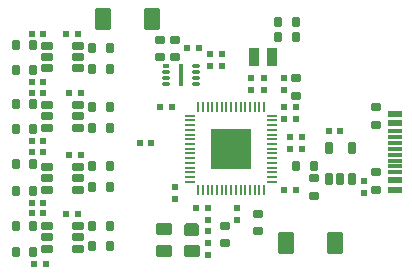
<source format=gtp>
G04*
G04 #@! TF.GenerationSoftware,Altium Limited,Altium Designer,24.3.1 (35)*
G04*
G04 Layer_Color=8421504*
%FSLAX25Y25*%
%MOIN*%
G70*
G04*
G04 #@! TF.SameCoordinates,57CFF2C1-F6F0-495B-A43E-250286006A87*
G04*
G04*
G04 #@! TF.FilePolarity,Positive*
G04*
G01*
G75*
%ADD13R,0.02362X0.02362*%
G04:AMPARAMS|DCode=14|XSize=33.47mil|YSize=23.62mil|CornerRadius=2.36mil|HoleSize=0mil|Usage=FLASHONLY|Rotation=90.000|XOffset=0mil|YOffset=0mil|HoleType=Round|Shape=RoundedRectangle|*
%AMROUNDEDRECTD14*
21,1,0.03347,0.01890,0,0,90.0*
21,1,0.02874,0.02362,0,0,90.0*
1,1,0.00472,0.00945,0.01437*
1,1,0.00472,0.00945,-0.01437*
1,1,0.00472,-0.00945,-0.01437*
1,1,0.00472,-0.00945,0.01437*
%
%ADD14ROUNDEDRECTD14*%
G04:AMPARAMS|DCode=15|XSize=33.47mil|YSize=23.62mil|CornerRadius=2.36mil|HoleSize=0mil|Usage=FLASHONLY|Rotation=0.000|XOffset=0mil|YOffset=0mil|HoleType=Round|Shape=RoundedRectangle|*
%AMROUNDEDRECTD15*
21,1,0.03347,0.01890,0,0,0.0*
21,1,0.02874,0.02362,0,0,0.0*
1,1,0.00472,0.01437,-0.00945*
1,1,0.00472,-0.01437,-0.00945*
1,1,0.00472,-0.01437,0.00945*
1,1,0.00472,0.01437,0.00945*
%
%ADD15ROUNDEDRECTD15*%
%ADD16R,0.13386X0.13386*%
G04:AMPARAMS|DCode=17|XSize=7.87mil|YSize=35.43mil|CornerRadius=1.97mil|HoleSize=0mil|Usage=FLASHONLY|Rotation=0.000|XOffset=0mil|YOffset=0mil|HoleType=Round|Shape=RoundedRectangle|*
%AMROUNDEDRECTD17*
21,1,0.00787,0.03150,0,0,0.0*
21,1,0.00394,0.03543,0,0,0.0*
1,1,0.00394,0.00197,-0.01575*
1,1,0.00394,-0.00197,-0.01575*
1,1,0.00394,-0.00197,0.01575*
1,1,0.00394,0.00197,0.01575*
%
%ADD17ROUNDEDRECTD17*%
G04:AMPARAMS|DCode=18|XSize=7.87mil|YSize=35.43mil|CornerRadius=1.97mil|HoleSize=0mil|Usage=FLASHONLY|Rotation=90.000|XOffset=0mil|YOffset=0mil|HoleType=Round|Shape=RoundedRectangle|*
%AMROUNDEDRECTD18*
21,1,0.00787,0.03150,0,0,90.0*
21,1,0.00394,0.03543,0,0,90.0*
1,1,0.00394,0.01575,0.00197*
1,1,0.00394,0.01575,-0.00197*
1,1,0.00394,-0.01575,-0.00197*
1,1,0.00394,-0.01575,0.00197*
%
%ADD18ROUNDEDRECTD18*%
%ADD19R,0.03543X0.00787*%
G04:AMPARAMS|DCode=20|XSize=41.34mil|YSize=51.18mil|CornerRadius=6.2mil|HoleSize=0mil|Usage=FLASHONLY|Rotation=270.000|XOffset=0mil|YOffset=0mil|HoleType=Round|Shape=RoundedRectangle|*
%AMROUNDEDRECTD20*
21,1,0.04134,0.03878,0,0,270.0*
21,1,0.02894,0.05118,0,0,270.0*
1,1,0.01240,-0.01939,-0.01447*
1,1,0.01240,-0.01939,0.01447*
1,1,0.01240,0.01939,0.01447*
1,1,0.01240,0.01939,-0.01447*
%
%ADD20ROUNDEDRECTD20*%
%ADD21R,0.04528X0.02362*%
%ADD22R,0.04528X0.01181*%
%ADD23R,0.02362X0.02362*%
G04:AMPARAMS|DCode=24|XSize=31.5mil|YSize=62.99mil|CornerRadius=3.15mil|HoleSize=0mil|Usage=FLASHONLY|Rotation=180.000|XOffset=0mil|YOffset=0mil|HoleType=Round|Shape=RoundedRectangle|*
%AMROUNDEDRECTD24*
21,1,0.03150,0.05669,0,0,180.0*
21,1,0.02520,0.06299,0,0,180.0*
1,1,0.00630,-0.01260,0.02835*
1,1,0.00630,0.01260,0.02835*
1,1,0.00630,0.01260,-0.02835*
1,1,0.00630,-0.01260,-0.02835*
%
%ADD24ROUNDEDRECTD24*%
G04:AMPARAMS|DCode=25|XSize=11.81mil|YSize=23.62mil|CornerRadius=1.77mil|HoleSize=0mil|Usage=FLASHONLY|Rotation=90.000|XOffset=0mil|YOffset=0mil|HoleType=Round|Shape=RoundedRectangle|*
%AMROUNDEDRECTD25*
21,1,0.01181,0.02008,0,0,90.0*
21,1,0.00827,0.02362,0,0,90.0*
1,1,0.00354,0.01004,0.00413*
1,1,0.00354,0.01004,-0.00413*
1,1,0.00354,-0.01004,-0.00413*
1,1,0.00354,-0.01004,0.00413*
%
%ADD25ROUNDEDRECTD25*%
%ADD26R,0.02362X0.01181*%
G04:AMPARAMS|DCode=27|XSize=15.75mil|YSize=70.87mil|CornerRadius=2.36mil|HoleSize=0mil|Usage=FLASHONLY|Rotation=180.000|XOffset=0mil|YOffset=0mil|HoleType=Round|Shape=RoundedRectangle|*
%AMROUNDEDRECTD27*
21,1,0.01575,0.06614,0,0,180.0*
21,1,0.01102,0.07087,0,0,180.0*
1,1,0.00472,-0.00551,0.03307*
1,1,0.00472,0.00551,0.03307*
1,1,0.00472,0.00551,-0.03307*
1,1,0.00472,-0.00551,-0.03307*
%
%ADD27ROUNDEDRECTD27*%
G04:AMPARAMS|DCode=28|XSize=23.62mil|YSize=43.31mil|CornerRadius=4.72mil|HoleSize=0mil|Usage=FLASHONLY|Rotation=90.000|XOffset=0mil|YOffset=0mil|HoleType=Round|Shape=RoundedRectangle|*
%AMROUNDEDRECTD28*
21,1,0.02362,0.03386,0,0,90.0*
21,1,0.01417,0.04331,0,0,90.0*
1,1,0.00945,0.01693,0.00709*
1,1,0.00945,0.01693,-0.00709*
1,1,0.00945,-0.01693,-0.00709*
1,1,0.00945,-0.01693,0.00709*
%
%ADD28ROUNDEDRECTD28*%
%ADD29R,0.01968X0.02362*%
G04:AMPARAMS|DCode=30|XSize=23.62mil|YSize=43.31mil|CornerRadius=4.72mil|HoleSize=0mil|Usage=FLASHONLY|Rotation=180.000|XOffset=0mil|YOffset=0mil|HoleType=Round|Shape=RoundedRectangle|*
%AMROUNDEDRECTD30*
21,1,0.02362,0.03386,0,0,180.0*
21,1,0.01417,0.04331,0,0,180.0*
1,1,0.00945,-0.00709,0.01693*
1,1,0.00945,0.00709,0.01693*
1,1,0.00945,0.00709,-0.01693*
1,1,0.00945,-0.00709,-0.01693*
%
%ADD30ROUNDEDRECTD30*%
G04:AMPARAMS|DCode=31|XSize=70.87mil|YSize=53.15mil|CornerRadius=5.32mil|HoleSize=0mil|Usage=FLASHONLY|Rotation=270.000|XOffset=0mil|YOffset=0mil|HoleType=Round|Shape=RoundedRectangle|*
%AMROUNDEDRECTD31*
21,1,0.07087,0.04252,0,0,270.0*
21,1,0.06024,0.05315,0,0,270.0*
1,1,0.01063,-0.02126,-0.03012*
1,1,0.01063,-0.02126,0.03012*
1,1,0.01063,0.02126,0.03012*
1,1,0.01063,0.02126,-0.03012*
%
%ADD31ROUNDEDRECTD31*%
G36*
X79921Y30679D02*
Y27785D01*
X79301Y27165D01*
X75423D01*
X74803Y27785D01*
Y30679D01*
X75423Y31299D01*
X79301D01*
X79921Y30679D01*
D02*
G37*
D13*
X24016Y94488D02*
D03*
X27953D02*
D03*
Y78347D02*
D03*
X24016D02*
D03*
Y74803D02*
D03*
X27953D02*
D03*
Y58661D02*
D03*
X24016D02*
D03*
Y55118D02*
D03*
X27953D02*
D03*
Y38189D02*
D03*
X24016D02*
D03*
Y34646D02*
D03*
X27953D02*
D03*
X28740Y17717D02*
D03*
X24803D02*
D03*
X39370Y34449D02*
D03*
X35433D02*
D03*
X40354Y54134D02*
D03*
X36417D02*
D03*
X40354Y74803D02*
D03*
X36417D02*
D03*
X70866Y69882D02*
D03*
X66929D02*
D03*
X39370Y94488D02*
D03*
X35433D02*
D03*
X123031Y62008D02*
D03*
X126969D02*
D03*
X110236Y60039D02*
D03*
X114173D02*
D03*
X79724Y89567D02*
D03*
X75787D02*
D03*
X63976Y58071D02*
D03*
X60039D02*
D03*
X82677Y36417D02*
D03*
X78740D02*
D03*
X108268Y42323D02*
D03*
X112205D02*
D03*
X108268Y65945D02*
D03*
X112205D02*
D03*
X110236Y56102D02*
D03*
X114173D02*
D03*
X108268Y69882D02*
D03*
X112205D02*
D03*
D14*
X44291Y82677D02*
D03*
X50197D02*
D03*
X24606Y90551D02*
D03*
X18701D02*
D03*
X44291Y89567D02*
D03*
X50197D02*
D03*
X24606Y70866D02*
D03*
X18701D02*
D03*
X44291Y62992D02*
D03*
X50197D02*
D03*
X24606Y82284D02*
D03*
X18701D02*
D03*
X44291Y69882D02*
D03*
X50197D02*
D03*
X24606Y62598D02*
D03*
X18701D02*
D03*
Y51181D02*
D03*
X24606D02*
D03*
X50197Y50197D02*
D03*
X44291D02*
D03*
X18701Y42126D02*
D03*
X24606D02*
D03*
X50197Y43307D02*
D03*
X44291D02*
D03*
X18701Y30512D02*
D03*
X24606D02*
D03*
X50197D02*
D03*
X44291D02*
D03*
X18701Y21654D02*
D03*
X24606D02*
D03*
X50197Y23622D02*
D03*
X44291D02*
D03*
X112205Y98425D02*
D03*
X106299D02*
D03*
Y93504D02*
D03*
X112205D02*
D03*
X118110Y50197D02*
D03*
X112205D02*
D03*
D15*
X88583Y30512D02*
D03*
Y24606D02*
D03*
X138779Y63976D02*
D03*
Y69882D02*
D03*
Y42323D02*
D03*
Y48228D02*
D03*
X112205Y73819D02*
D03*
Y79724D02*
D03*
X66929Y92520D02*
D03*
Y86614D02*
D03*
X71850Y92520D02*
D03*
Y86614D02*
D03*
X99410Y28543D02*
D03*
Y34449D02*
D03*
X118110Y40354D02*
D03*
Y46260D02*
D03*
D16*
X90551Y56102D02*
D03*
D17*
X79528Y69882D02*
D03*
X81102D02*
D03*
X82677D02*
D03*
X84252D02*
D03*
X85827D02*
D03*
X87402D02*
D03*
X88976D02*
D03*
X90551D02*
D03*
X92126D02*
D03*
X93701D02*
D03*
X95276D02*
D03*
X96850D02*
D03*
X98425D02*
D03*
X100000D02*
D03*
X101575D02*
D03*
Y42323D02*
D03*
X100000D02*
D03*
X98425D02*
D03*
X96850D02*
D03*
X95276D02*
D03*
X93701D02*
D03*
X92126D02*
D03*
X90551D02*
D03*
X88976D02*
D03*
X87402D02*
D03*
X85827D02*
D03*
X84252D02*
D03*
X82677D02*
D03*
X81102D02*
D03*
X79528D02*
D03*
D18*
X104331Y67126D02*
D03*
Y65551D02*
D03*
Y63976D02*
D03*
Y62402D02*
D03*
Y60827D02*
D03*
Y59252D02*
D03*
Y57677D02*
D03*
Y56102D02*
D03*
Y54527D02*
D03*
Y52953D02*
D03*
Y51378D02*
D03*
Y49803D02*
D03*
Y48228D02*
D03*
Y46654D02*
D03*
Y45079D02*
D03*
X76772D02*
D03*
Y46654D02*
D03*
Y48228D02*
D03*
Y49803D02*
D03*
Y51378D02*
D03*
Y52953D02*
D03*
Y54527D02*
D03*
Y56102D02*
D03*
Y57677D02*
D03*
Y59252D02*
D03*
Y60827D02*
D03*
Y62402D02*
D03*
Y63976D02*
D03*
Y65551D02*
D03*
D19*
Y67126D02*
D03*
D20*
X77362Y21949D02*
D03*
X68307D02*
D03*
Y29232D02*
D03*
D21*
X145315Y64567D02*
D03*
Y45669D02*
D03*
Y67716D02*
D03*
Y42520D02*
D03*
D22*
Y62008D02*
D03*
Y60039D02*
D03*
Y58071D02*
D03*
Y56102D02*
D03*
Y54134D02*
D03*
Y52165D02*
D03*
Y50197D02*
D03*
Y48228D02*
D03*
D23*
X83661Y87598D02*
D03*
Y83661D02*
D03*
X87598D02*
D03*
Y87598D02*
D03*
X71850Y43307D02*
D03*
Y39370D02*
D03*
X108268Y75787D02*
D03*
Y79724D02*
D03*
X134843Y45276D02*
D03*
Y41339D02*
D03*
X82677Y24606D02*
D03*
Y20669D02*
D03*
Y28543D02*
D03*
Y32480D02*
D03*
X92520Y36417D02*
D03*
Y32480D02*
D03*
D24*
X104331Y86614D02*
D03*
X98032D02*
D03*
D25*
X78937Y77756D02*
D03*
Y79724D02*
D03*
Y81693D02*
D03*
Y83661D02*
D03*
X68701Y77756D02*
D03*
Y79724D02*
D03*
Y81693D02*
D03*
D26*
Y83661D02*
D03*
D27*
X73819Y80709D02*
D03*
D28*
X39567Y70669D02*
D03*
Y66929D02*
D03*
Y63189D02*
D03*
X29331D02*
D03*
Y66929D02*
D03*
Y70669D02*
D03*
X39567Y90354D02*
D03*
Y86614D02*
D03*
Y82874D02*
D03*
X29331D02*
D03*
Y86614D02*
D03*
Y90354D02*
D03*
Y30315D02*
D03*
Y26575D02*
D03*
Y22835D02*
D03*
X39567D02*
D03*
Y26575D02*
D03*
Y30315D02*
D03*
X29331Y50000D02*
D03*
Y46260D02*
D03*
Y42520D02*
D03*
X39567D02*
D03*
Y46260D02*
D03*
Y50000D02*
D03*
D29*
X97244Y79724D02*
D03*
X101575D02*
D03*
Y75787D02*
D03*
X97244D02*
D03*
D30*
X123228Y46063D02*
D03*
X126969D02*
D03*
X130709D02*
D03*
Y56299D02*
D03*
X123228D02*
D03*
D31*
X47933Y99410D02*
D03*
X64272D02*
D03*
X125295Y24606D02*
D03*
X108957D02*
D03*
M02*

</source>
